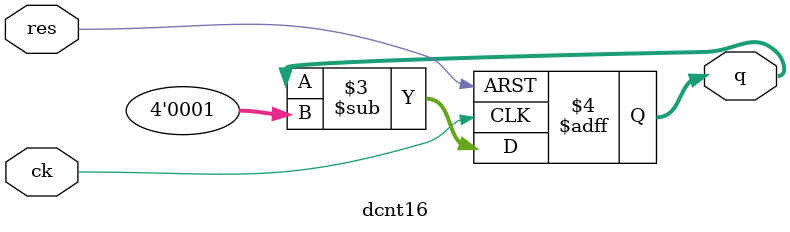
<source format=v>
module dcnt16 ( ck, res, q );
    input ck, res;
    output [3:0] q;
    reg [3:0] q;

    always @(posedge ck or posedge res)
    begin
        if ( res == 1'b1 )
            q <= 4'hF;
        else
            q <= q - 4'b1;
    end
endmodule

</source>
